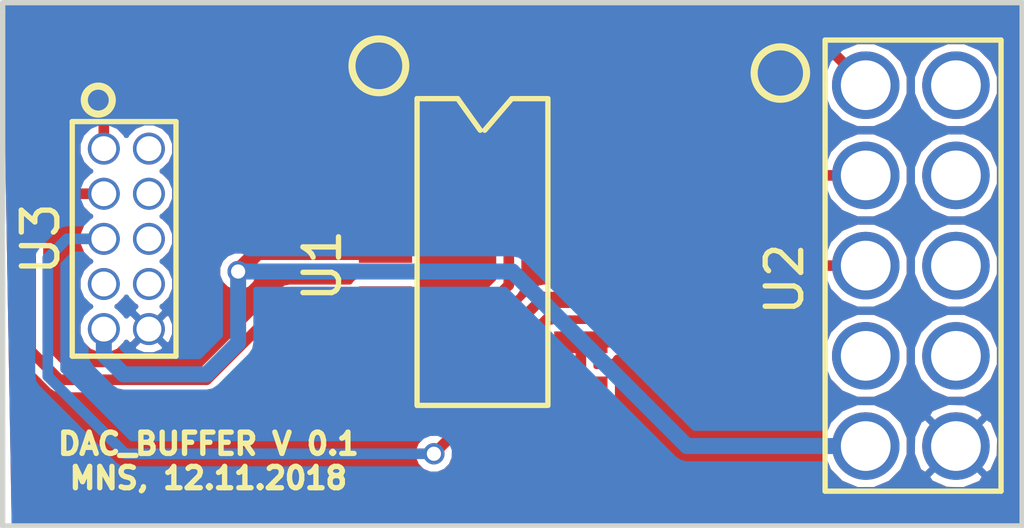
<source format=kicad_pcb>
(kicad_pcb (version 4) (host pcbnew 4.0.3-stable)

  (general
    (links 13)
    (no_connects 0)
    (area 136.652 93.98 165.354001 108.712001)
    (thickness 1.6)
    (drawings 9)
    (tracks 53)
    (zones 0)
    (modules 3)
    (nets 22)
  )

  (page A4)
  (layers
    (0 F.Cu signal)
    (31 B.Cu signal)
    (32 B.Adhes user)
    (33 F.Adhes user)
    (34 B.Paste user)
    (35 F.Paste user)
    (36 B.SilkS user)
    (37 F.SilkS user)
    (38 B.Mask user)
    (39 F.Mask user)
    (40 Dwgs.User user)
    (41 Cmts.User user)
    (42 Eco1.User user)
    (43 Eco2.User user)
    (44 Edge.Cuts user)
    (45 Margin user)
    (46 B.CrtYd user)
    (47 F.CrtYd user)
    (48 B.Fab user)
    (49 F.Fab user)
  )

  (setup
    (last_trace_width 0.3)
    (trace_clearance 0.2)
    (zone_clearance 0.2032)
    (zone_45_only no)
    (trace_min 0.2)
    (segment_width 0.2)
    (edge_width 0.15)
    (via_size 0.6)
    (via_drill 0.4)
    (via_min_size 0.4)
    (via_min_drill 0.3)
    (uvia_size 0.3)
    (uvia_drill 0.1)
    (uvias_allowed no)
    (uvia_min_size 0.2)
    (uvia_min_drill 0.1)
    (pcb_text_width 0.3)
    (pcb_text_size 1.5 1.5)
    (mod_edge_width 0.15)
    (mod_text_size 1 1)
    (mod_text_width 0.15)
    (pad_size 1.524 1.524)
    (pad_drill 0.762)
    (pad_to_mask_clearance 0.2)
    (aux_axis_origin 0 0)
    (visible_elements 7FFFFFFF)
    (pcbplotparams
      (layerselection 0x00030_80000001)
      (usegerberextensions false)
      (excludeedgelayer true)
      (linewidth 0.100000)
      (plotframeref false)
      (viasonmask false)
      (mode 1)
      (useauxorigin false)
      (hpglpennumber 1)
      (hpglpenspeed 20)
      (hpglpendiameter 15)
      (hpglpenoverlay 2)
      (psnegative false)
      (psa4output false)
      (plotreference true)
      (plotvalue true)
      (plotinvisibletext false)
      (padsonsilk false)
      (subtractmaskfromsilk false)
      (outputformat 1)
      (mirror false)
      (drillshape 1)
      (scaleselection 1)
      (outputdirectory ""))
  )

  (net 0 "")
  (net 1 /O1)
  (net 2 /IN1)
  (net 3 /+12V)
  (net 4 /IN2)
  (net 5 /O2)
  (net 6 /O3)
  (net 7 /IN3)
  (net 8 /GND)
  (net 9 "Net-(U1-Pad12)")
  (net 10 "Net-(U1-Pad13)")
  (net 11 "Net-(U1-Pad14)")
  (net 12 "Net-(U2-Pad2)")
  (net 13 "Net-(U2-Pad4)")
  (net 14 "Net-(U2-Pad6)")
  (net 15 "Net-(U2-Pad7)")
  (net 16 "Net-(U2-Pad8)")
  (net 17 "Net-(U3-Pad2)")
  (net 18 "Net-(U3-Pad4)")
  (net 19 "Net-(U3-Pad6)")
  (net 20 "Net-(U3-Pad7)")
  (net 21 "Net-(U3-Pad8)")

  (net_class Default "This is the default net class."
    (clearance 0.2)
    (trace_width 0.3)
    (via_dia 0.6)
    (via_drill 0.4)
    (uvia_dia 0.3)
    (uvia_drill 0.1)
    (add_net "Net-(U1-Pad12)")
    (add_net "Net-(U1-Pad13)")
    (add_net "Net-(U1-Pad14)")
    (add_net "Net-(U2-Pad2)")
    (add_net "Net-(U2-Pad4)")
    (add_net "Net-(U2-Pad6)")
    (add_net "Net-(U2-Pad7)")
    (add_net "Net-(U2-Pad8)")
    (add_net "Net-(U3-Pad2)")
    (add_net "Net-(U3-Pad4)")
    (add_net "Net-(U3-Pad6)")
    (add_net "Net-(U3-Pad7)")
    (add_net "Net-(U3-Pad8)")
  )

  (net_class power ""
    (clearance 0.2)
    (trace_width 0.45)
    (via_dia 0.6)
    (via_drill 0.4)
    (uvia_dia 0.3)
    (uvia_drill 0.1)
    (add_net /+12V)
    (add_net /GND)
  )

  (net_class signal ""
    (clearance 0.2)
    (trace_width 0.3)
    (via_dia 0.6)
    (via_drill 0.4)
    (uvia_dia 0.3)
    (uvia_drill 0.1)
    (add_net /IN1)
    (add_net /IN2)
    (add_net /IN3)
    (add_net /O1)
    (add_net /O2)
    (add_net /O3)
  )

  (module footprint:LM124 (layer F.Cu) (tedit 5C0FEC47) (tstamp 5C0FF104)
    (at 147.43 97.19 270)
    (path /5C0FDFB3)
    (fp_text reference U1 (at 4.191 1.778 270) (layer F.SilkS)
      (effects (font (size 1 1) (thickness 0.15)))
    )
    (fp_text value LM124 (at 3.81 -7.366 270) (layer F.Fab)
      (effects (font (size 1 1) (thickness 0.15)))
    )
    (fp_line (start 0.381 -2.794) (end -0.508 -3.556) (layer F.SilkS) (width 0.15))
    (fp_line (start -0.508 -3.556) (end -0.508 -4.572) (layer F.SilkS) (width 0.15))
    (fp_line (start -0.508 -0.889) (end -0.508 -2.032) (layer F.SilkS) (width 0.15))
    (fp_line (start -0.508 -2.032) (end 0.381 -2.667) (layer F.SilkS) (width 0.15))
    (fp_line (start -0.508 -4.572) (end 8.128 -4.572) (layer F.SilkS) (width 0.15))
    (fp_line (start 8.128 -4.572) (end 8.128 -0.889) (layer F.SilkS) (width 0.15))
    (fp_line (start 8.128 -0.889) (end -0.508 -0.889) (layer F.SilkS) (width 0.15))
    (pad 1 smd rect (at 0 0 270) (size 0.61 1.5) (layers F.Cu F.Paste F.Mask)
      (net 1 /O1))
    (pad 2 smd rect (at 1.27 0 270) (size 0.61 1.5) (layers F.Cu F.Paste F.Mask)
      (net 1 /O1))
    (pad 3 smd rect (at 2.54 0 270) (size 0.61 1.5) (layers F.Cu F.Paste F.Mask)
      (net 2 /IN1))
    (pad 4 smd rect (at 3.81 0 270) (size 0.61 1.5) (layers F.Cu F.Paste F.Mask)
      (net 3 /+12V))
    (pad 5 smd rect (at 5.08 0 270) (size 0.61 1.5) (layers F.Cu F.Paste F.Mask)
      (net 4 /IN2))
    (pad 6 smd rect (at 6.35 0 270) (size 0.61 1.5) (layers F.Cu F.Paste F.Mask)
      (net 5 /O2))
    (pad 7 smd rect (at 7.62 0 270) (size 0.61 1.5) (layers F.Cu F.Paste F.Mask)
      (net 5 /O2))
    (pad 8 smd rect (at 7.62 -5.5 270) (size 0.61 1.5) (layers F.Cu F.Paste F.Mask)
      (net 6 /O3))
    (pad 9 smd rect (at 6.35 -5.5 270) (size 0.61 1.5) (layers F.Cu F.Paste F.Mask)
      (net 6 /O3))
    (pad 10 smd rect (at 5.08 -5.5 270) (size 0.61 1.5) (layers F.Cu F.Paste F.Mask)
      (net 7 /IN3))
    (pad 11 smd rect (at 3.81 -5.5 270) (size 0.61 1.5) (layers F.Cu F.Paste F.Mask)
      (net 8 /GND))
    (pad 12 smd rect (at 2.54 -5.5 270) (size 0.61 1.5) (layers F.Cu F.Paste F.Mask)
      (net 9 "Net-(U1-Pad12)"))
    (pad 13 smd rect (at 1.27 -5.5 270) (size 0.61 1.5) (layers F.Cu F.Paste F.Mask)
      (net 10 "Net-(U1-Pad13)"))
    (pad 14 smd rect (at 0 -5.5 270) (size 0.61 1.5) (layers F.Cu F.Paste F.Mask)
      (net 11 "Net-(U1-Pad14)"))
  )

  (module footprint:REC2X5_254MM (layer F.Cu) (tedit 5C0FF5DE) (tstamp 5C0FF116)
    (at 162.22 101.51 270)
    (path /5C0FDF1E)
    (fp_text reference U2 (at 0.254 3.556 270) (layer F.SilkS)
      (effects (font (size 1 1) (thickness 0.15)))
    )
    (fp_text value REC2X5 (at 0.4202 3.3176 270) (layer F.Fab)
      (effects (font (size 1 1) (thickness 0.15)))
    )
    (fp_line (start -6.477 -2.54) (end -6.477 2.413) (layer F.SilkS) (width 0.15))
    (fp_line (start -6.477 2.413) (end 6.223 2.413) (layer F.SilkS) (width 0.15))
    (fp_line (start 6.223 2.413) (end 6.223 -2.54) (layer F.SilkS) (width 0.15))
    (fp_line (start 6.223 -2.54) (end -6.477 -2.54) (layer F.SilkS) (width 0.15))
    (pad 1 thru_hole circle (at -5.207 1.27 270) (size 1.9 1.9) (drill 1.4) (layers *.Cu *.Mask)
      (net 1 /O1))
    (pad 2 thru_hole circle (at -5.207 -1.27 270) (size 1.9 1.9) (drill 1.4) (layers *.Cu *.Mask)
      (net 12 "Net-(U2-Pad2)"))
    (pad 3 thru_hole circle (at -2.667 1.27 270) (size 1.9 1.9) (drill 1.4) (layers *.Cu *.Mask)
      (net 5 /O2))
    (pad 4 thru_hole circle (at -2.667 -1.27 270) (size 1.9 1.9) (drill 1.4) (layers *.Cu *.Mask)
      (net 13 "Net-(U2-Pad4)"))
    (pad 5 thru_hole circle (at -0.127 1.27 270) (size 1.9 1.9) (drill 1.4) (layers *.Cu *.Mask)
      (net 6 /O3))
    (pad 6 thru_hole circle (at -0.127 -1.27 270) (size 1.9 1.9) (drill 1.4) (layers *.Cu *.Mask)
      (net 14 "Net-(U2-Pad6)"))
    (pad 7 thru_hole circle (at 2.413 1.27 270) (size 1.9 1.9) (drill 1.4) (layers *.Cu *.Mask)
      (net 15 "Net-(U2-Pad7)"))
    (pad 8 thru_hole circle (at 2.413 -1.27 270) (size 1.9 1.9) (drill 1.4) (layers *.Cu *.Mask)
      (net 16 "Net-(U2-Pad8)"))
    (pad 9 thru_hole circle (at 4.953 1.27 270) (size 1.9 1.9) (drill 1.4) (layers *.Cu *.Mask)
      (net 3 /+12V))
    (pad 10 thru_hole circle (at 4.953 -1.27 270) (size 1.9 1.9) (drill 1.4) (layers *.Cu *.Mask)
      (net 8 /GND))
  )

  (module footprint:REC2X5_127MM (layer F.Cu) (tedit 5C0FF309) (tstamp 5C0FF128)
    (at 139.5 100.63 270)
    (path /5C0FDE9F)
    (fp_text reference U3 (at 0 1.778 270) (layer F.SilkS)
      (effects (font (size 1 1) (thickness 0.15)))
    )
    (fp_text value REC2X5 (at 0 -2.921 270) (layer F.Fab)
      (effects (font (size 1 1) (thickness 0.15)))
    )
    (fp_line (start -3.302 -2.032) (end -3.302 0.889) (layer F.SilkS) (width 0.15))
    (fp_line (start -3.302 0.889) (end 3.302 0.889) (layer F.SilkS) (width 0.15))
    (fp_line (start 3.302 0.889) (end 3.302 -2.032) (layer F.SilkS) (width 0.15))
    (fp_line (start 3.302 -2.032) (end -3.302 -2.032) (layer F.SilkS) (width 0.15))
    (pad 1 thru_hole circle (at -2.54 0 270) (size 0.9 0.9) (drill 0.7) (layers *.Cu *.Mask)
      (net 2 /IN1))
    (pad 2 thru_hole circle (at -2.54 -1.27 270) (size 0.9 0.9) (drill 0.7) (layers *.Cu *.Mask)
      (net 17 "Net-(U3-Pad2)"))
    (pad 3 thru_hole circle (at -1.27 0 270) (size 0.9 0.9) (drill 0.7) (layers *.Cu *.Mask)
      (net 4 /IN2))
    (pad 4 thru_hole circle (at -1.27 -1.27 270) (size 0.9 0.9) (drill 0.7) (layers *.Cu *.Mask)
      (net 18 "Net-(U3-Pad4)"))
    (pad 5 thru_hole circle (at 0 0 270) (size 0.9 0.9) (drill 0.7) (layers *.Cu *.Mask)
      (net 7 /IN3))
    (pad 6 thru_hole circle (at 0 -1.27 270) (size 0.9 0.9) (drill 0.7) (layers *.Cu *.Mask)
      (net 19 "Net-(U3-Pad6)"))
    (pad 7 thru_hole circle (at 1.27 0 270) (size 0.9 0.9) (drill 0.7) (layers *.Cu *.Mask)
      (net 20 "Net-(U3-Pad7)"))
    (pad 8 thru_hole circle (at 1.27 -1.27 270) (size 0.9 0.9) (drill 0.7) (layers *.Cu *.Mask)
      (net 21 "Net-(U3-Pad8)"))
    (pad 9 thru_hole circle (at 2.54 0 270) (size 0.9 0.9) (drill 0.7) (layers *.Cu *.Mask)
      (net 3 /+12V))
    (pad 10 thru_hole circle (at 2.54 -1.27 270) (size 0.9 0.9) (drill 0.7) (layers *.Cu *.Mask)
      (net 8 /GND))
  )

  (gr_line (start 136.652 93.98) (end 136.652 94.234) (angle 90) (layer Edge.Cuts) (width 0.15))
  (gr_line (start 165.354 93.98) (end 136.652 93.98) (angle 90) (layer Edge.Cuts) (width 0.15))
  (gr_line (start 165.354 108.712) (end 165.354 93.98) (angle 90) (layer Edge.Cuts) (width 0.15))
  (gr_line (start 136.652 108.712) (end 165.354 108.712) (angle 90) (layer Edge.Cuts) (width 0.15))
  (gr_line (start 136.652 94.234) (end 136.652 108.712) (angle 90) (layer Edge.Cuts) (width 0.15))
  (gr_circle (center 147.2438 95.758) (end 147.9804 95.9358) (layer F.SilkS) (width 0.2))
  (gr_circle (center 158.5468 95.9612) (end 159.2072 96.2914) (layer F.SilkS) (width 0.2))
  (gr_circle (center 139.3444 96.7232) (end 139.7254 96.8248) (layer F.SilkS) (width 0.2))
  (gr_text "DAC_BUFFER V 0.1\nMNS, 12.11.2018" (at 142.4432 106.8832) (layer F.SilkS)
    (effects (font (size 0.6 0.6) (thickness 0.15)))
  )

  (segment (start 147.43 98.46) (end 147.43 97.19) (width 0.3) (layer F.Cu) (net 1))
  (segment (start 147.43 97.19) (end 148.809 97.19) (width 0.3) (layer F.Cu) (net 1))
  (segment (start 159.389 94.742) (end 160.95 96.303) (width 0.3) (layer F.Cu) (net 1) (tstamp 5C0FF1A6))
  (segment (start 151.257 94.742) (end 159.389 94.742) (width 0.3) (layer F.Cu) (net 1) (tstamp 5C0FF1A4))
  (segment (start 148.809 97.19) (end 151.257 94.742) (width 0.3) (layer F.Cu) (net 1) (tstamp 5C0FF1A2))
  (segment (start 139.5 98.09) (end 139.5 96.847) (width 0.3) (layer F.Cu) (net 2))
  (segment (start 145.3484 99.73) (end 147.43 99.73) (width 0.3) (layer F.Cu) (net 2) (tstamp 5C0FF1B7))
  (segment (start 144.78 99.1616) (end 145.3484 99.73) (width 0.3) (layer F.Cu) (net 2) (tstamp 5C0FF1B6))
  (segment (start 144.78 97.8408) (end 144.78 99.1616) (width 0.3) (layer F.Cu) (net 2) (tstamp 5C0FF1B5))
  (segment (start 142.9512 96.012) (end 144.78 97.8408) (width 0.3) (layer F.Cu) (net 2) (tstamp 5C0FF1B3))
  (segment (start 140.335 96.012) (end 142.9512 96.012) (width 0.3) (layer F.Cu) (net 2) (tstamp 5C0FF1B2))
  (segment (start 139.5 96.847) (end 140.335 96.012) (width 0.3) (layer F.Cu) (net 2) (tstamp 5C0FF1B1))
  (segment (start 143.2814 101.5492) (end 151.003 101.5492) (width 0.45) (layer B.Cu) (net 3))
  (segment (start 155.9168 106.463) (end 160.95 106.463) (width 0.45) (layer B.Cu) (net 3) (tstamp 5C0FF1FE))
  (segment (start 151.003 101.5492) (end 155.9168 106.463) (width 0.45) (layer B.Cu) (net 3) (tstamp 5C0FF1FC))
  (segment (start 139.5 103.17) (end 139.5 103.8892) (width 0.45) (layer B.Cu) (net 3))
  (segment (start 143.8306 101) (end 147.43 101) (width 0.45) (layer F.Cu) (net 3) (tstamp 5C0FF1F9))
  (segment (start 143.2814 101.5492) (end 143.8306 101) (width 0.45) (layer F.Cu) (net 3) (tstamp 5C0FF1F8))
  (via (at 143.2814 101.5492) (size 0.6) (drill 0.4) (layers F.Cu B.Cu) (net 3))
  (segment (start 143.2814 103.5558) (end 143.2814 101.5492) (width 0.45) (layer B.Cu) (net 3) (tstamp 5C0FF1F6))
  (segment (start 142.3924 104.4448) (end 143.2814 103.5558) (width 0.45) (layer B.Cu) (net 3) (tstamp 5C0FF1F5))
  (segment (start 140.0556 104.4448) (end 142.3924 104.4448) (width 0.45) (layer B.Cu) (net 3) (tstamp 5C0FF1F4))
  (segment (start 139.5 103.8892) (end 140.0556 104.4448) (width 0.45) (layer B.Cu) (net 3) (tstamp 5C0FF1F3))
  (segment (start 139.5 99.36) (end 138.1554 99.36) (width 0.3) (layer F.Cu) (net 4))
  (segment (start 144.7196 102.27) (end 147.43 102.27) (width 0.3) (layer F.Cu) (net 4) (tstamp 5C0FF1C0))
  (segment (start 142.3924 104.5972) (end 144.7196 102.27) (width 0.3) (layer F.Cu) (net 4) (tstamp 5C0FF1BE))
  (segment (start 138.2522 104.5972) (end 142.3924 104.5972) (width 0.3) (layer F.Cu) (net 4) (tstamp 5C0FF1BD))
  (segment (start 137.4394 103.7844) (end 138.2522 104.5972) (width 0.3) (layer F.Cu) (net 4) (tstamp 5C0FF1BC))
  (segment (start 137.4394 100.076) (end 137.4394 103.7844) (width 0.3) (layer F.Cu) (net 4) (tstamp 5C0FF1BB))
  (segment (start 138.1554 99.36) (end 137.4394 100.076) (width 0.3) (layer F.Cu) (net 4) (tstamp 5C0FF1BA))
  (segment (start 147.43 103.54) (end 149.2916 103.54) (width 0.3) (layer F.Cu) (net 5))
  (segment (start 159.0156 98.843) (end 160.95 98.843) (width 0.3) (layer F.Cu) (net 5) (tstamp 5C0FF1CF))
  (segment (start 156.083 95.9104) (end 159.0156 98.843) (width 0.3) (layer F.Cu) (net 5) (tstamp 5C0FF1CD))
  (segment (start 151.638 95.9104) (end 156.083 95.9104) (width 0.3) (layer F.Cu) (net 5) (tstamp 5C0FF1CC))
  (segment (start 150.9014 96.647) (end 151.638 95.9104) (width 0.3) (layer F.Cu) (net 5) (tstamp 5C0FF1CB))
  (segment (start 150.9014 101.9302) (end 150.9014 96.647) (width 0.3) (layer F.Cu) (net 5) (tstamp 5C0FF1C9))
  (segment (start 149.2916 103.54) (end 150.9014 101.9302) (width 0.3) (layer F.Cu) (net 5) (tstamp 5C0FF1C8))
  (segment (start 147.43 103.54) (end 147.43 104.81) (width 0.3) (layer F.Cu) (net 5))
  (segment (start 152.93 103.54) (end 155.4384 103.54) (width 0.3) (layer F.Cu) (net 6))
  (segment (start 157.5954 101.383) (end 160.95 101.383) (width 0.3) (layer F.Cu) (net 6) (tstamp 5C0FF1D5))
  (segment (start 155.4384 103.54) (end 157.5954 101.383) (width 0.3) (layer F.Cu) (net 6) (tstamp 5C0FF1D3))
  (segment (start 152.93 103.54) (end 152.93 104.81) (width 0.3) (layer F.Cu) (net 6))
  (segment (start 139.5 100.63) (end 138.4602 100.63) (width 0.3) (layer B.Cu) (net 7))
  (segment (start 151.8824 102.27) (end 152.93 102.27) (width 0.3) (layer F.Cu) (net 7) (tstamp 5C0FF491))
  (segment (start 151.2316 102.9208) (end 151.8824 102.27) (width 0.3) (layer F.Cu) (net 7) (tstamp 5C0FF490))
  (segment (start 151.2316 104.2416) (end 151.2316 102.9208) (width 0.3) (layer F.Cu) (net 7) (tstamp 5C0FF48E))
  (segment (start 148.7932 106.68) (end 151.2316 104.2416) (width 0.3) (layer F.Cu) (net 7) (tstamp 5C0FF48D))
  (via (at 148.7932 106.68) (size 0.6) (drill 0.4) (layers F.Cu B.Cu) (net 7))
  (segment (start 140.1064 106.68) (end 148.7932 106.68) (width 0.3) (layer B.Cu) (net 7) (tstamp 5C0FF489))
  (segment (start 137.922 104.4956) (end 140.1064 106.68) (width 0.3) (layer B.Cu) (net 7) (tstamp 5C0FF487))
  (segment (start 137.922 101.1682) (end 137.922 104.4956) (width 0.3) (layer B.Cu) (net 7) (tstamp 5C0FF486))
  (segment (start 138.4602 100.63) (end 137.922 101.1682) (width 0.3) (layer B.Cu) (net 7) (tstamp 5C0FF485))
  (segment (start 152.1872 102.27) (end 152.93 102.27) (width 0.3) (layer F.Cu) (net 7) (tstamp 5C0FF1EC))

  (zone (net 8) (net_name /GND) (layer B.Cu) (tstamp 5C0FF203) (hatch edge 0.508)
    (connect_pads (clearance 0.2032))
    (min_thickness 0.1524)
    (fill yes (arc_segments 16) (thermal_gap 0.2032) (thermal_bridge_width 0.2032))
    (polygon
      (pts
        (xy 164.592 93.98) (xy 136.652 93.98) (xy 136.906 108.712) (xy 165.354 108.712) (xy 165.354 93.98)
      )
    )
    (filled_polygon
      (pts
        (xy 165.2778 108.6358) (xy 136.980898 108.6358) (xy 136.852146 101.1682) (xy 137.4926 101.1682) (xy 137.4926 104.4956)
        (xy 137.525286 104.659925) (xy 137.618368 104.799232) (xy 139.802768 106.983632) (xy 139.942075 107.076714) (xy 140.1064 107.1094)
        (xy 148.40317 107.1094) (xy 148.464568 107.170905) (xy 148.677445 107.259299) (xy 148.907944 107.2595) (xy 149.120975 107.171478)
        (xy 149.284105 107.008632) (xy 149.372499 106.795755) (xy 149.3727 106.565256) (xy 149.284678 106.352225) (xy 149.121832 106.189095)
        (xy 148.908955 106.100701) (xy 148.678456 106.1005) (xy 148.465425 106.188522) (xy 148.403239 106.2506) (xy 140.284264 106.2506)
        (xy 138.3514 104.317736) (xy 138.3514 101.346064) (xy 138.638063 101.0594) (xy 138.898023 101.0594) (xy 139.086289 101.247995)
        (xy 139.12701 101.264904) (xy 139.087368 101.281284) (xy 138.882005 101.486289) (xy 138.770727 101.754277) (xy 138.770473 102.04445)
        (xy 138.881284 102.312632) (xy 139.086289 102.517995) (xy 139.12701 102.534904) (xy 139.087368 102.551284) (xy 138.882005 102.756289)
        (xy 138.770727 103.024277) (xy 138.770473 103.31445) (xy 138.881284 103.582632) (xy 138.9956 103.697148) (xy 138.9956 103.8892)
        (xy 139.033995 104.082226) (xy 139.045127 104.098886) (xy 139.143335 104.245865) (xy 139.698935 104.801465) (xy 139.862574 104.910805)
        (xy 140.0556 104.9492) (xy 142.3924 104.9492) (xy 142.585426 104.910805) (xy 142.749065 104.801465) (xy 143.638065 103.912465)
        (xy 143.64688 103.899273) (xy 143.747405 103.748826) (xy 143.764258 103.664099) (xy 143.785801 103.5558) (xy 143.7858 103.555795)
        (xy 143.7858 102.0536) (xy 150.79407 102.0536) (xy 155.560133 106.819662) (xy 155.560135 106.819665) (xy 155.59704 106.844324)
        (xy 155.723775 106.929006) (xy 155.9168 106.967401) (xy 155.916805 106.9674) (xy 159.828201 106.9674) (xy 159.907158 107.158489)
        (xy 160.252692 107.504627) (xy 160.704384 107.692186) (xy 161.19347 107.692613) (xy 161.645489 107.505842) (xy 161.833935 107.317724)
        (xy 162.671197 107.317724) (xy 162.77392 107.491812) (xy 163.222137 107.68753) (xy 163.711135 107.696825) (xy 164.166466 107.518281)
        (xy 164.20608 107.491812) (xy 164.308803 107.317724) (xy 163.49 106.498921) (xy 162.671197 107.317724) (xy 161.833935 107.317724)
        (xy 161.991627 107.160308) (xy 162.179186 106.708616) (xy 162.179207 106.684135) (xy 162.256175 106.684135) (xy 162.434719 107.139466)
        (xy 162.461188 107.17908) (xy 162.635276 107.281803) (xy 163.454079 106.463) (xy 163.525921 106.463) (xy 164.344724 107.281803)
        (xy 164.518812 107.17908) (xy 164.71453 106.730863) (xy 164.723825 106.241865) (xy 164.545281 105.786534) (xy 164.518812 105.74692)
        (xy 164.344724 105.644197) (xy 163.525921 106.463) (xy 163.454079 106.463) (xy 162.635276 105.644197) (xy 162.461188 105.74692)
        (xy 162.26547 106.195137) (xy 162.256175 106.684135) (xy 162.179207 106.684135) (xy 162.179613 106.21953) (xy 161.992842 105.767511)
        (xy 161.833885 105.608276) (xy 162.671197 105.608276) (xy 163.49 106.427079) (xy 164.308803 105.608276) (xy 164.20608 105.434188)
        (xy 163.757863 105.23847) (xy 163.268865 105.229175) (xy 162.813534 105.407719) (xy 162.77392 105.434188) (xy 162.671197 105.608276)
        (xy 161.833885 105.608276) (xy 161.647308 105.421373) (xy 161.195616 105.233814) (xy 160.70653 105.233387) (xy 160.254511 105.420158)
        (xy 159.908373 105.765692) (xy 159.828271 105.9586) (xy 156.125729 105.9586) (xy 154.3336 104.16647) (xy 159.720387 104.16647)
        (xy 159.907158 104.618489) (xy 160.252692 104.964627) (xy 160.704384 105.152186) (xy 161.19347 105.152613) (xy 161.645489 104.965842)
        (xy 161.991627 104.620308) (xy 162.179186 104.168616) (xy 162.179187 104.16647) (xy 162.260387 104.16647) (xy 162.447158 104.618489)
        (xy 162.792692 104.964627) (xy 163.244384 105.152186) (xy 163.73347 105.152613) (xy 164.185489 104.965842) (xy 164.531627 104.620308)
        (xy 164.719186 104.168616) (xy 164.719613 103.67953) (xy 164.532842 103.227511) (xy 164.187308 102.881373) (xy 163.735616 102.693814)
        (xy 163.24653 102.693387) (xy 162.794511 102.880158) (xy 162.448373 103.225692) (xy 162.260814 103.677384) (xy 162.260387 104.16647)
        (xy 162.179187 104.16647) (xy 162.179613 103.67953) (xy 161.992842 103.227511) (xy 161.647308 102.881373) (xy 161.195616 102.693814)
        (xy 160.70653 102.693387) (xy 160.254511 102.880158) (xy 159.908373 103.225692) (xy 159.720814 103.677384) (xy 159.720387 104.16647)
        (xy 154.3336 104.16647) (xy 151.7936 101.62647) (xy 159.720387 101.62647) (xy 159.907158 102.078489) (xy 160.252692 102.424627)
        (xy 160.704384 102.612186) (xy 161.19347 102.612613) (xy 161.645489 102.425842) (xy 161.991627 102.080308) (xy 162.179186 101.628616)
        (xy 162.179187 101.62647) (xy 162.260387 101.62647) (xy 162.447158 102.078489) (xy 162.792692 102.424627) (xy 163.244384 102.612186)
        (xy 163.73347 102.612613) (xy 164.185489 102.425842) (xy 164.531627 102.080308) (xy 164.719186 101.628616) (xy 164.719613 101.13953)
        (xy 164.532842 100.687511) (xy 164.187308 100.341373) (xy 163.735616 100.153814) (xy 163.24653 100.153387) (xy 162.794511 100.340158)
        (xy 162.448373 100.685692) (xy 162.260814 101.137384) (xy 162.260387 101.62647) (xy 162.179187 101.62647) (xy 162.179613 101.13953)
        (xy 161.992842 100.687511) (xy 161.647308 100.341373) (xy 161.195616 100.153814) (xy 160.70653 100.153387) (xy 160.254511 100.340158)
        (xy 159.908373 100.685692) (xy 159.720814 101.137384) (xy 159.720387 101.62647) (xy 151.7936 101.62647) (xy 151.359665 101.192535)
        (xy 151.280337 101.13953) (xy 151.196026 101.083195) (xy 151.003 101.0448) (xy 143.577532 101.0448) (xy 143.397155 100.969901)
        (xy 143.166656 100.9697) (xy 142.953625 101.057722) (xy 142.790495 101.220568) (xy 142.702101 101.433445) (xy 142.7019 101.663944)
        (xy 142.777 101.845701) (xy 142.777 103.34687) (xy 142.18347 103.9404) (xy 140.26453 103.9404) (xy 140.012826 103.688696)
        (xy 140.037466 103.664099) (xy 140.311822 103.664099) (xy 140.353674 103.786236) (xy 140.621188 103.898649) (xy 140.911358 103.900132)
        (xy 141.180007 103.790459) (xy 141.186326 103.786236) (xy 141.228178 103.664099) (xy 140.77 103.205921) (xy 140.311822 103.664099)
        (xy 140.037466 103.664099) (xy 140.117995 103.583711) (xy 140.134664 103.543566) (xy 140.149541 103.580007) (xy 140.153764 103.586326)
        (xy 140.275901 103.628178) (xy 140.734079 103.17) (xy 140.805921 103.17) (xy 141.264099 103.628178) (xy 141.386236 103.586326)
        (xy 141.498649 103.318812) (xy 141.500132 103.028642) (xy 141.390459 102.759993) (xy 141.386236 102.753674) (xy 141.264099 102.711822)
        (xy 140.805921 103.17) (xy 140.734079 103.17) (xy 140.275901 102.711822) (xy 140.153764 102.753674) (xy 140.135323 102.797559)
        (xy 140.118716 102.757368) (xy 139.913711 102.552005) (xy 139.87299 102.535096) (xy 139.912632 102.518716) (xy 140.117995 102.313711)
        (xy 140.134904 102.27299) (xy 140.151284 102.312632) (xy 140.356289 102.517995) (xy 140.396434 102.534664) (xy 140.359993 102.549541)
        (xy 140.353674 102.553764) (xy 140.311822 102.675901) (xy 140.77 103.134079) (xy 141.228178 102.675901) (xy 141.186326 102.553764)
        (xy 141.142441 102.535323) (xy 141.182632 102.518716) (xy 141.387995 102.313711) (xy 141.499273 102.045723) (xy 141.499527 101.75555)
        (xy 141.388716 101.487368) (xy 141.183711 101.282005) (xy 141.14299 101.265096) (xy 141.182632 101.248716) (xy 141.387995 101.043711)
        (xy 141.499273 100.775723) (xy 141.499527 100.48555) (xy 141.388716 100.217368) (xy 141.183711 100.012005) (xy 141.14299 99.995096)
        (xy 141.182632 99.978716) (xy 141.387995 99.773711) (xy 141.499273 99.505723) (xy 141.499527 99.21555) (xy 141.446193 99.08647)
        (xy 159.720387 99.08647) (xy 159.907158 99.538489) (xy 160.252692 99.884627) (xy 160.704384 100.072186) (xy 161.19347 100.072613)
        (xy 161.645489 99.885842) (xy 161.991627 99.540308) (xy 162.179186 99.088616) (xy 162.179187 99.08647) (xy 162.260387 99.08647)
        (xy 162.447158 99.538489) (xy 162.792692 99.884627) (xy 163.244384 100.072186) (xy 163.73347 100.072613) (xy 164.185489 99.885842)
        (xy 164.531627 99.540308) (xy 164.719186 99.088616) (xy 164.719613 98.59953) (xy 164.532842 98.147511) (xy 164.187308 97.801373)
        (xy 163.735616 97.613814) (xy 163.24653 97.613387) (xy 162.794511 97.800158) (xy 162.448373 98.145692) (xy 162.260814 98.597384)
        (xy 162.260387 99.08647) (xy 162.179187 99.08647) (xy 162.179613 98.59953) (xy 161.992842 98.147511) (xy 161.647308 97.801373)
        (xy 161.195616 97.613814) (xy 160.70653 97.613387) (xy 160.254511 97.800158) (xy 159.908373 98.145692) (xy 159.720814 98.597384)
        (xy 159.720387 99.08647) (xy 141.446193 99.08647) (xy 141.388716 98.947368) (xy 141.183711 98.742005) (xy 141.14299 98.725096)
        (xy 141.182632 98.708716) (xy 141.387995 98.503711) (xy 141.499273 98.235723) (xy 141.499527 97.94555) (xy 141.388716 97.677368)
        (xy 141.183711 97.472005) (xy 140.915723 97.360727) (xy 140.62555 97.360473) (xy 140.357368 97.471284) (xy 140.152005 97.676289)
        (xy 140.135096 97.71701) (xy 140.118716 97.677368) (xy 139.913711 97.472005) (xy 139.645723 97.360727) (xy 139.35555 97.360473)
        (xy 139.087368 97.471284) (xy 138.882005 97.676289) (xy 138.770727 97.944277) (xy 138.770473 98.23445) (xy 138.881284 98.502632)
        (xy 139.086289 98.707995) (xy 139.12701 98.724904) (xy 139.087368 98.741284) (xy 138.882005 98.946289) (xy 138.770727 99.214277)
        (xy 138.770473 99.50445) (xy 138.881284 99.772632) (xy 139.086289 99.977995) (xy 139.12701 99.994904) (xy 139.087368 100.011284)
        (xy 138.897721 100.2006) (xy 138.460205 100.2006) (xy 138.4602 100.200599) (xy 138.295876 100.233286) (xy 138.156568 100.326368)
        (xy 138.156566 100.326371) (xy 137.618368 100.864568) (xy 137.525286 101.003875) (xy 137.49873 101.137384) (xy 137.4926 101.1682)
        (xy 136.852146 101.1682) (xy 136.772461 96.54647) (xy 159.720387 96.54647) (xy 159.907158 96.998489) (xy 160.252692 97.344627)
        (xy 160.704384 97.532186) (xy 161.19347 97.532613) (xy 161.645489 97.345842) (xy 161.991627 97.000308) (xy 162.179186 96.548616)
        (xy 162.179187 96.54647) (xy 162.260387 96.54647) (xy 162.447158 96.998489) (xy 162.792692 97.344627) (xy 163.244384 97.532186)
        (xy 163.73347 97.532613) (xy 164.185489 97.345842) (xy 164.531627 97.000308) (xy 164.719186 96.548616) (xy 164.719613 96.05953)
        (xy 164.532842 95.607511) (xy 164.187308 95.261373) (xy 163.735616 95.073814) (xy 163.24653 95.073387) (xy 162.794511 95.260158)
        (xy 162.448373 95.605692) (xy 162.260814 96.057384) (xy 162.260387 96.54647) (xy 162.179187 96.54647) (xy 162.179613 96.05953)
        (xy 161.992842 95.607511) (xy 161.647308 95.261373) (xy 161.195616 95.073814) (xy 160.70653 95.073387) (xy 160.254511 95.260158)
        (xy 159.908373 95.605692) (xy 159.720814 96.057384) (xy 159.720387 96.54647) (xy 136.772461 96.54647) (xy 136.729525 94.0562)
        (xy 165.2778 94.0562)
      )
    )
  )
  (zone (net 8) (net_name /GND) (layer F.Cu) (tstamp 5C0FF20B) (hatch edge 0.508)
    (connect_pads (clearance 0.2032))
    (min_thickness 0.1524)
    (fill yes (arc_segments 16) (thermal_gap 0.2032) (thermal_bridge_width 0.2032))
    (polygon
      (pts
        (xy 165.354 108.712) (xy 136.906 108.712) (xy 136.652 93.98) (xy 165.354 93.98)
      )
    )
    (filled_polygon
      (pts
        (xy 165.2778 108.6358) (xy 136.980898 108.6358) (xy 136.949156 106.794744) (xy 148.2137 106.794744) (xy 148.301722 107.007775)
        (xy 148.464568 107.170905) (xy 148.677445 107.259299) (xy 148.907944 107.2595) (xy 149.120975 107.171478) (xy 149.284105 107.008632)
        (xy 149.372499 106.795755) (xy 149.372576 106.707888) (xy 149.373993 106.70647) (xy 159.720387 106.70647) (xy 159.907158 107.158489)
        (xy 160.252692 107.504627) (xy 160.704384 107.692186) (xy 161.19347 107.692613) (xy 161.645489 107.505842) (xy 161.833935 107.317724)
        (xy 162.671197 107.317724) (xy 162.77392 107.491812) (xy 163.222137 107.68753) (xy 163.711135 107.696825) (xy 164.166466 107.518281)
        (xy 164.20608 107.491812) (xy 164.308803 107.317724) (xy 163.49 106.498921) (xy 162.671197 107.317724) (xy 161.833935 107.317724)
        (xy 161.991627 107.160308) (xy 162.179186 106.708616) (xy 162.179207 106.684135) (xy 162.256175 106.684135) (xy 162.434719 107.139466)
        (xy 162.461188 107.17908) (xy 162.635276 107.281803) (xy 163.454079 106.463) (xy 163.525921 106.463) (xy 164.344724 107.281803)
        (xy 164.518812 107.17908) (xy 164.71453 106.730863) (xy 164.723825 106.241865) (xy 164.545281 105.786534) (xy 164.518812 105.74692)
        (xy 164.344724 105.644197) (xy 163.525921 106.463) (xy 163.454079 106.463) (xy 162.635276 105.644197) (xy 162.461188 105.74692)
        (xy 162.26547 106.195137) (xy 162.256175 106.684135) (xy 162.179207 106.684135) (xy 162.179613 106.21953) (xy 161.992842 105.767511)
        (xy 161.833885 105.608276) (xy 162.671197 105.608276) (xy 163.49 106.427079) (xy 164.308803 105.608276) (xy 164.20608 105.434188)
        (xy 163.757863 105.23847) (xy 163.268865 105.229175) (xy 162.813534 105.407719) (xy 162.77392 105.434188) (xy 162.671197 105.608276)
        (xy 161.833885 105.608276) (xy 161.647308 105.421373) (xy 161.195616 105.233814) (xy 160.70653 105.233387) (xy 160.254511 105.420158)
        (xy 159.908373 105.765692) (xy 159.720814 106.217384) (xy 159.720387 106.70647) (xy 149.373993 106.70647) (xy 151.535229 104.545234)
        (xy 151.535232 104.545232) (xy 151.59103 104.461723) (xy 151.628314 104.405925) (xy 151.661 104.2416) (xy 151.661 103.235)
        (xy 151.895127 103.235) (xy 151.895127 103.845) (xy 151.914609 103.948539) (xy 151.975801 104.043634) (xy 152.069168 104.107429)
        (xy 152.18 104.129873) (xy 152.5006 104.129873) (xy 152.5006 104.220127) (xy 152.18 104.220127) (xy 152.076461 104.239609)
        (xy 151.981366 104.300801) (xy 151.917571 104.394168) (xy 151.895127 104.505) (xy 151.895127 105.115) (xy 151.914609 105.218539)
        (xy 151.975801 105.313634) (xy 152.069168 105.377429) (xy 152.18 105.399873) (xy 153.68 105.399873) (xy 153.783539 105.380391)
        (xy 153.878634 105.319199) (xy 153.942429 105.225832) (xy 153.964873 105.115) (xy 153.964873 104.505) (xy 153.945391 104.401461)
        (xy 153.884199 104.306366) (xy 153.790832 104.242571) (xy 153.68 104.220127) (xy 153.3594 104.220127) (xy 153.3594 104.16647)
        (xy 159.720387 104.16647) (xy 159.907158 104.618489) (xy 160.252692 104.964627) (xy 160.704384 105.152186) (xy 161.19347 105.152613)
        (xy 161.645489 104.965842) (xy 161.991627 104.620308) (xy 162.179186 104.168616) (xy 162.179187 104.16647) (xy 162.260387 104.16647)
        (xy 162.447158 104.618489) (xy 162.792692 104.964627) (xy 163.244384 105.152186) (xy 163.73347 105.152613) (xy 164.185489 104.965842)
        (xy 164.531627 104.620308) (xy 164.719186 104.168616) (xy 164.719613 103.67953) (xy 164.532842 103.227511) (xy 164.187308 102.881373)
        (xy 163.735616 102.693814) (xy 163.24653 102.693387) (xy 162.794511 102.880158) (xy 162.448373 103.225692) (xy 162.260814 103.677384)
        (xy 162.260387 104.16647) (xy 162.179187 104.16647) (xy 162.179613 103.67953) (xy 161.992842 103.227511) (xy 161.647308 102.881373)
        (xy 161.195616 102.693814) (xy 160.70653 102.693387) (xy 160.254511 102.880158) (xy 159.908373 103.225692) (xy 159.720814 103.677384)
        (xy 159.720387 104.16647) (xy 153.3594 104.16647) (xy 153.3594 104.129873) (xy 153.68 104.129873) (xy 153.783539 104.110391)
        (xy 153.878634 104.049199) (xy 153.933158 103.9694) (xy 155.4384 103.9694) (xy 155.602725 103.936714) (xy 155.742032 103.843632)
        (xy 157.773263 101.8124) (xy 159.797212 101.8124) (xy 159.907158 102.078489) (xy 160.252692 102.424627) (xy 160.704384 102.612186)
        (xy 161.19347 102.612613) (xy 161.645489 102.425842) (xy 161.991627 102.080308) (xy 162.179186 101.628616) (xy 162.179187 101.62647)
        (xy 162.260387 101.62647) (xy 162.447158 102.078489) (xy 162.792692 102.424627) (xy 163.244384 102.612186) (xy 163.73347 102.612613)
        (xy 164.185489 102.425842) (xy 164.531627 102.080308) (xy 164.719186 101.628616) (xy 164.719613 101.13953) (xy 164.532842 100.687511)
        (xy 164.187308 100.341373) (xy 163.735616 100.153814) (xy 163.24653 100.153387) (xy 162.794511 100.340158) (xy 162.448373 100.685692)
        (xy 162.260814 101.137384) (xy 162.260387 101.62647) (xy 162.179187 101.62647) (xy 162.179613 101.13953) (xy 161.992842 100.687511)
        (xy 161.647308 100.341373) (xy 161.195616 100.153814) (xy 160.70653 100.153387) (xy 160.254511 100.340158) (xy 159.908373 100.685692)
        (xy 159.797128 100.9536) (xy 157.595405 100.9536) (xy 157.5954 100.953599) (xy 157.431076 100.986286) (xy 157.291768 101.079368)
        (xy 157.291766 101.079371) (xy 155.260536 103.1106) (xy 153.931967 103.1106) (xy 153.884199 103.036366) (xy 153.790832 102.972571)
        (xy 153.68 102.950127) (xy 152.18 102.950127) (xy 152.076461 102.969609) (xy 151.981366 103.030801) (xy 151.917571 103.124168)
        (xy 151.895127 103.235) (xy 151.661 103.235) (xy 151.661 103.098664) (xy 151.981878 102.777786) (xy 152.069168 102.837429)
        (xy 152.18 102.859873) (xy 153.68 102.859873) (xy 153.783539 102.840391) (xy 153.878634 102.779199) (xy 153.942429 102.685832)
        (xy 153.964873 102.575) (xy 153.964873 101.965) (xy 153.945391 101.861461) (xy 153.884199 101.766366) (xy 153.790832 101.702571)
        (xy 153.68 101.680127) (xy 152.18 101.680127) (xy 152.076461 101.699609) (xy 151.981366 101.760801) (xy 151.926842 101.8406)
        (xy 151.8824 101.8406) (xy 151.718075 101.873286) (xy 151.578768 101.966368) (xy 150.927968 102.617168) (xy 150.834886 102.756475)
        (xy 150.834186 102.759993) (xy 150.8022 102.9208) (xy 150.8022 104.063737) (xy 148.76536 106.100576) (xy 148.678456 106.1005)
        (xy 148.465425 106.188522) (xy 148.302295 106.351368) (xy 148.213901 106.564245) (xy 148.2137 106.794744) (xy 136.949156 106.794744)
        (xy 136.833315 100.076) (xy 137.01 100.076) (xy 137.01 103.7844) (xy 137.042686 103.948725) (xy 137.135768 104.088032)
        (xy 137.948566 104.900829) (xy 137.948568 104.900832) (xy 138.087876 104.993914) (xy 138.2522 105.026601) (xy 138.252205 105.0266)
        (xy 142.3924 105.0266) (xy 142.556725 104.993914) (xy 142.696032 104.900832) (xy 144.361864 103.235) (xy 146.395127 103.235)
        (xy 146.395127 103.845) (xy 146.414609 103.948539) (xy 146.475801 104.043634) (xy 146.569168 104.107429) (xy 146.68 104.129873)
        (xy 147.0006 104.129873) (xy 147.0006 104.220127) (xy 146.68 104.220127) (xy 146.576461 104.239609) (xy 146.481366 104.300801)
        (xy 146.417571 104.394168) (xy 146.395127 104.505) (xy 146.395127 105.115) (xy 146.414609 105.218539) (xy 146.475801 105.313634)
        (xy 146.569168 105.377429) (xy 146.68 105.399873) (xy 148.18 105.399873) (xy 148.283539 105.380391) (xy 148.378634 105.319199)
        (xy 148.442429 105.225832) (xy 148.464873 105.115) (xy 148.464873 104.505) (xy 148.445391 104.401461) (xy 148.384199 104.306366)
        (xy 148.290832 104.242571) (xy 148.18 104.220127) (xy 147.8594 104.220127) (xy 147.8594 104.129873) (xy 148.18 104.129873)
        (xy 148.283539 104.110391) (xy 148.378634 104.049199) (xy 148.433158 103.9694) (xy 149.2916 103.9694) (xy 149.455925 103.936714)
        (xy 149.595232 103.843632) (xy 151.205032 102.233832) (xy 151.298114 102.094525) (xy 151.3308 101.9302) (xy 151.3308 101.09525)
        (xy 151.9006 101.09525) (xy 151.9006 101.360576) (xy 151.943136 101.463267) (xy 152.021733 101.541864) (xy 152.124424 101.5844)
        (xy 152.83475 101.5844) (xy 152.9046 101.51455) (xy 152.9046 101.0254) (xy 152.9554 101.0254) (xy 152.9554 101.51455)
        (xy 153.02525 101.5844) (xy 153.735576 101.5844) (xy 153.838267 101.541864) (xy 153.916864 101.463267) (xy 153.9594 101.360576)
        (xy 153.9594 101.09525) (xy 153.88955 101.0254) (xy 152.9554 101.0254) (xy 152.9046 101.0254) (xy 151.97045 101.0254)
        (xy 151.9006 101.09525) (xy 151.3308 101.09525) (xy 151.3308 100.639424) (xy 151.9006 100.639424) (xy 151.9006 100.90475)
        (xy 151.97045 100.9746) (xy 152.9046 100.9746) (xy 152.9046 100.48545) (xy 152.9554 100.48545) (xy 152.9554 100.9746)
        (xy 153.88955 100.9746) (xy 153.9594 100.90475) (xy 153.9594 100.639424) (xy 153.916864 100.536733) (xy 153.838267 100.458136)
        (xy 153.735576 100.4156) (xy 153.02525 100.4156) (xy 152.9554 100.48545) (xy 152.9046 100.48545) (xy 152.83475 100.4156)
        (xy 152.124424 100.4156) (xy 152.021733 100.458136) (xy 151.943136 100.536733) (xy 151.9006 100.639424) (xy 151.3308 100.639424)
        (xy 151.3308 99.425) (xy 151.895127 99.425) (xy 151.895127 100.035) (xy 151.914609 100.138539) (xy 151.975801 100.233634)
        (xy 152.069168 100.297429) (xy 152.18 100.319873) (xy 153.68 100.319873) (xy 153.783539 100.300391) (xy 153.878634 100.239199)
        (xy 153.942429 100.145832) (xy 153.964873 100.035) (xy 153.964873 99.425) (xy 153.945391 99.321461) (xy 153.884199 99.226366)
        (xy 153.790832 99.162571) (xy 153.68 99.140127) (xy 152.18 99.140127) (xy 152.076461 99.159609) (xy 151.981366 99.220801)
        (xy 151.917571 99.314168) (xy 151.895127 99.425) (xy 151.3308 99.425) (xy 151.3308 98.155) (xy 151.895127 98.155)
        (xy 151.895127 98.765) (xy 151.914609 98.868539) (xy 151.975801 98.963634) (xy 152.069168 99.027429) (xy 152.18 99.049873)
        (xy 153.68 99.049873) (xy 153.783539 99.030391) (xy 153.878634 98.969199) (xy 153.942429 98.875832) (xy 153.964873 98.765)
        (xy 153.964873 98.155) (xy 153.945391 98.051461) (xy 153.884199 97.956366) (xy 153.790832 97.892571) (xy 153.68 97.870127)
        (xy 152.18 97.870127) (xy 152.076461 97.889609) (xy 151.981366 97.950801) (xy 151.917571 98.044168) (xy 151.895127 98.155)
        (xy 151.3308 98.155) (xy 151.3308 96.885) (xy 151.895127 96.885) (xy 151.895127 97.495) (xy 151.914609 97.598539)
        (xy 151.975801 97.693634) (xy 152.069168 97.757429) (xy 152.18 97.779873) (xy 153.68 97.779873) (xy 153.783539 97.760391)
        (xy 153.878634 97.699199) (xy 153.942429 97.605832) (xy 153.964873 97.495) (xy 153.964873 96.885) (xy 153.945391 96.781461)
        (xy 153.884199 96.686366) (xy 153.790832 96.622571) (xy 153.68 96.600127) (xy 152.18 96.600127) (xy 152.076461 96.619609)
        (xy 151.981366 96.680801) (xy 151.917571 96.774168) (xy 151.895127 96.885) (xy 151.3308 96.885) (xy 151.3308 96.824864)
        (xy 151.815863 96.3398) (xy 155.905136 96.3398) (xy 158.711966 99.146629) (xy 158.711968 99.146632) (xy 158.813207 99.214277)
        (xy 158.851276 99.239714) (xy 159.0156 99.272401) (xy 159.015605 99.2724) (xy 159.797212 99.2724) (xy 159.907158 99.538489)
        (xy 160.252692 99.884627) (xy 160.704384 100.072186) (xy 161.19347 100.072613) (xy 161.645489 99.885842) (xy 161.991627 99.540308)
        (xy 162.179186 99.088616) (xy 162.179187 99.08647) (xy 162.260387 99.08647) (xy 162.447158 99.538489) (xy 162.792692 99.884627)
        (xy 163.244384 100.072186) (xy 163.73347 100.072613) (xy 164.185489 99.885842) (xy 164.531627 99.540308) (xy 164.719186 99.088616)
        (xy 164.719613 98.59953) (xy 164.532842 98.147511) (xy 164.187308 97.801373) (xy 163.735616 97.613814) (xy 163.24653 97.613387)
        (xy 162.794511 97.800158) (xy 162.448373 98.145692) (xy 162.260814 98.597384) (xy 162.260387 99.08647) (xy 162.179187 99.08647)
        (xy 162.179613 98.59953) (xy 161.992842 98.147511) (xy 161.647308 97.801373) (xy 161.195616 97.613814) (xy 160.70653 97.613387)
        (xy 160.254511 97.800158) (xy 159.908373 98.145692) (xy 159.797128 98.4136) (xy 159.193463 98.4136) (xy 156.386632 95.606768)
        (xy 156.247325 95.513686) (xy 156.083 95.481) (xy 151.638005 95.481) (xy 151.638 95.480999) (xy 151.473676 95.513686)
        (xy 151.334368 95.606768) (xy 151.334366 95.606771) (xy 150.597768 96.343368) (xy 150.504686 96.482675) (xy 150.49157 96.548616)
        (xy 150.472 96.647) (xy 150.472 101.752336) (xy 149.113736 103.1106) (xy 148.431967 103.1106) (xy 148.384199 103.036366)
        (xy 148.290832 102.972571) (xy 148.18 102.950127) (xy 146.68 102.950127) (xy 146.576461 102.969609) (xy 146.481366 103.030801)
        (xy 146.417571 103.124168) (xy 146.395127 103.235) (xy 144.361864 103.235) (xy 144.897464 102.6994) (xy 146.428033 102.6994)
        (xy 146.475801 102.773634) (xy 146.569168 102.837429) (xy 146.68 102.859873) (xy 148.18 102.859873) (xy 148.283539 102.840391)
        (xy 148.378634 102.779199) (xy 148.442429 102.685832) (xy 148.464873 102.575) (xy 148.464873 101.965) (xy 148.445391 101.861461)
        (xy 148.384199 101.766366) (xy 148.290832 101.702571) (xy 148.18 101.680127) (xy 146.68 101.680127) (xy 146.576461 101.699609)
        (xy 146.481366 101.760801) (xy 146.426842 101.8406) (xy 144.719605 101.8406) (xy 144.7196 101.840599) (xy 144.555276 101.873286)
        (xy 144.415968 101.966368) (xy 142.214536 104.1678) (xy 138.430063 104.1678) (xy 137.8688 103.606536) (xy 137.8688 100.253864)
        (xy 138.333264 99.7894) (xy 138.898023 99.7894) (xy 139.086289 99.977995) (xy 139.12701 99.994904) (xy 139.087368 100.011284)
        (xy 138.882005 100.216289) (xy 138.770727 100.484277) (xy 138.770473 100.77445) (xy 138.881284 101.042632) (xy 139.086289 101.247995)
        (xy 139.12701 101.264904) (xy 139.087368 101.281284) (xy 138.882005 101.486289) (xy 138.770727 101.754277) (xy 138.770473 102.04445)
        (xy 138.881284 102.312632) (xy 139.086289 102.517995) (xy 139.12701 102.534904) (xy 139.087368 102.551284) (xy 138.882005 102.756289)
        (xy 138.770727 103.024277) (xy 138.770473 103.31445) (xy 138.881284 103.582632) (xy 139.086289 103.787995) (xy 139.354277 103.899273)
        (xy 139.64445 103.899527) (xy 139.912632 103.788716) (xy 140.037466 103.664099) (xy 140.311822 103.664099) (xy 140.353674 103.786236)
        (xy 140.621188 103.898649) (xy 140.911358 103.900132) (xy 141.180007 103.790459) (xy 141.186326 103.786236) (xy 141.228178 103.664099)
        (xy 140.77 103.205921) (xy 140.311822 103.664099) (xy 140.037466 103.664099) (xy 140.117995 103.583711) (xy 140.134664 103.543566)
        (xy 140.149541 103.580007) (xy 140.153764 103.586326) (xy 140.275901 103.628178) (xy 140.734079 103.17) (xy 140.805921 103.17)
        (xy 141.264099 103.628178) (xy 141.386236 103.586326) (xy 141.498649 103.318812) (xy 141.500132 103.028642) (xy 141.390459 102.759993)
        (xy 141.386236 102.753674) (xy 141.264099 102.711822) (xy 140.805921 103.17) (xy 140.734079 103.17) (xy 140.275901 102.711822)
        (xy 140.153764 102.753674) (xy 140.135323 102.797559) (xy 140.118716 102.757368) (xy 139.913711 102.552005) (xy 139.87299 102.535096)
        (xy 139.912632 102.518716) (xy 140.117995 102.313711) (xy 140.134904 102.27299) (xy 140.151284 102.312632) (xy 140.356289 102.517995)
        (xy 140.396434 102.534664) (xy 140.359993 102.549541) (xy 140.353674 102.553764) (xy 140.311822 102.675901) (xy 140.77 103.134079)
        (xy 141.228178 102.675901) (xy 141.186326 102.553764) (xy 141.142441 102.535323) (xy 141.182632 102.518716) (xy 141.387995 102.313711)
        (xy 141.499273 102.045723) (xy 141.499527 101.75555) (xy 141.461677 101.663944) (xy 142.7019 101.663944) (xy 142.789922 101.876975)
        (xy 142.952768 102.040105) (xy 143.165645 102.128499) (xy 143.396144 102.1287) (xy 143.609175 102.040678) (xy 143.772305 101.877832)
        (xy 143.847721 101.696209) (xy 144.03953 101.5044) (xy 146.476922 101.5044) (xy 146.569168 101.567429) (xy 146.68 101.589873)
        (xy 148.18 101.589873) (xy 148.283539 101.570391) (xy 148.378634 101.509199) (xy 148.442429 101.415832) (xy 148.464873 101.305)
        (xy 148.464873 100.695) (xy 148.445391 100.591461) (xy 148.384199 100.496366) (xy 148.290832 100.432571) (xy 148.18 100.410127)
        (xy 146.68 100.410127) (xy 146.576461 100.429609) (xy 146.481366 100.490801) (xy 146.478087 100.4956) (xy 143.8306 100.4956)
        (xy 143.637574 100.533995) (xy 143.562485 100.584168) (xy 143.473935 100.643335) (xy 143.134131 100.983139) (xy 142.953625 101.057722)
        (xy 142.790495 101.220568) (xy 142.702101 101.433445) (xy 142.7019 101.663944) (xy 141.461677 101.663944) (xy 141.388716 101.487368)
        (xy 141.183711 101.282005) (xy 141.14299 101.265096) (xy 141.182632 101.248716) (xy 141.387995 101.043711) (xy 141.499273 100.775723)
        (xy 141.499527 100.48555) (xy 141.388716 100.217368) (xy 141.183711 100.012005) (xy 141.14299 99.995096) (xy 141.182632 99.978716)
        (xy 141.387995 99.773711) (xy 141.499273 99.505723) (xy 141.499527 99.21555) (xy 141.388716 98.947368) (xy 141.183711 98.742005)
        (xy 141.14299 98.725096) (xy 141.182632 98.708716) (xy 141.387995 98.503711) (xy 141.499273 98.235723) (xy 141.499527 97.94555)
        (xy 141.388716 97.677368) (xy 141.183711 97.472005) (xy 140.915723 97.360727) (xy 140.62555 97.360473) (xy 140.357368 97.471284)
        (xy 140.152005 97.676289) (xy 140.135096 97.71701) (xy 140.118716 97.677368) (xy 139.9294 97.487721) (xy 139.9294 97.024864)
        (xy 140.512863 96.4414) (xy 142.773336 96.4414) (xy 144.3506 98.018663) (xy 144.3506 99.1616) (xy 144.383286 99.325925)
        (xy 144.476368 99.465232) (xy 145.044768 100.033632) (xy 145.184075 100.126714) (xy 145.3484 100.159401) (xy 145.348405 100.1594)
        (xy 146.428033 100.1594) (xy 146.475801 100.233634) (xy 146.569168 100.297429) (xy 146.68 100.319873) (xy 148.18 100.319873)
        (xy 148.283539 100.300391) (xy 148.378634 100.239199) (xy 148.442429 100.145832) (xy 148.464873 100.035) (xy 148.464873 99.425)
        (xy 148.445391 99.321461) (xy 148.384199 99.226366) (xy 148.290832 99.162571) (xy 148.18 99.140127) (xy 146.68 99.140127)
        (xy 146.576461 99.159609) (xy 146.481366 99.220801) (xy 146.426842 99.3006) (xy 145.526264 99.3006) (xy 145.2094 98.983736)
        (xy 145.2094 97.840805) (xy 145.209401 97.8408) (xy 145.176714 97.676476) (xy 145.134845 97.613814) (xy 145.083632 97.537168)
        (xy 145.083629 97.537166) (xy 144.431464 96.885) (xy 146.395127 96.885) (xy 146.395127 97.495) (xy 146.414609 97.598539)
        (xy 146.475801 97.693634) (xy 146.569168 97.757429) (xy 146.68 97.779873) (xy 147.0006 97.779873) (xy 147.0006 97.870127)
        (xy 146.68 97.870127) (xy 146.576461 97.889609) (xy 146.481366 97.950801) (xy 146.417571 98.044168) (xy 146.395127 98.155)
        (xy 146.395127 98.765) (xy 146.414609 98.868539) (xy 146.475801 98.963634) (xy 146.569168 99.027429) (xy 146.68 99.049873)
        (xy 148.18 99.049873) (xy 148.283539 99.030391) (xy 148.378634 98.969199) (xy 148.442429 98.875832) (xy 148.464873 98.765)
        (xy 148.464873 98.155) (xy 148.445391 98.051461) (xy 148.384199 97.956366) (xy 148.290832 97.892571) (xy 148.18 97.870127)
        (xy 147.8594 97.870127) (xy 147.8594 97.779873) (xy 148.18 97.779873) (xy 148.283539 97.760391) (xy 148.378634 97.699199)
        (xy 148.433158 97.6194) (xy 148.809 97.6194) (xy 148.973325 97.586714) (xy 149.112632 97.493632) (xy 151.434864 95.1714)
        (xy 159.211136 95.1714) (xy 159.831224 95.791487) (xy 159.720814 96.057384) (xy 159.720387 96.54647) (xy 159.907158 96.998489)
        (xy 160.252692 97.344627) (xy 160.704384 97.532186) (xy 161.19347 97.532613) (xy 161.645489 97.345842) (xy 161.991627 97.000308)
        (xy 162.179186 96.548616) (xy 162.179187 96.54647) (xy 162.260387 96.54647) (xy 162.447158 96.998489) (xy 162.792692 97.344627)
        (xy 163.244384 97.532186) (xy 163.73347 97.532613) (xy 164.185489 97.345842) (xy 164.531627 97.000308) (xy 164.719186 96.548616)
        (xy 164.719613 96.05953) (xy 164.532842 95.607511) (xy 164.187308 95.261373) (xy 163.735616 95.073814) (xy 163.24653 95.073387)
        (xy 162.794511 95.260158) (xy 162.448373 95.605692) (xy 162.260814 96.057384) (xy 162.260387 96.54647) (xy 162.179187 96.54647)
        (xy 162.179613 96.05953) (xy 161.992842 95.607511) (xy 161.647308 95.261373) (xy 161.195616 95.073814) (xy 160.70653 95.073387)
        (xy 160.438428 95.184165) (xy 159.692632 94.438368) (xy 159.553325 94.345286) (xy 159.389 94.3126) (xy 151.257005 94.3126)
        (xy 151.257 94.312599) (xy 151.092676 94.345286) (xy 150.953368 94.438368) (xy 148.631136 96.7606) (xy 148.431967 96.7606)
        (xy 148.384199 96.686366) (xy 148.290832 96.622571) (xy 148.18 96.600127) (xy 146.68 96.600127) (xy 146.576461 96.619609)
        (xy 146.481366 96.680801) (xy 146.417571 96.774168) (xy 146.395127 96.885) (xy 144.431464 96.885) (xy 143.254832 95.708368)
        (xy 143.115525 95.615286) (xy 142.9512 95.5826) (xy 140.335 95.5826) (xy 140.170675 95.615286) (xy 140.114877 95.65257)
        (xy 140.031368 95.708368) (xy 140.031366 95.708371) (xy 139.196368 96.543368) (xy 139.103286 96.682675) (xy 139.103286 96.682676)
        (xy 139.0706 96.847) (xy 139.0706 97.488023) (xy 138.882005 97.676289) (xy 138.770727 97.944277) (xy 138.770473 98.23445)
        (xy 138.881284 98.502632) (xy 139.086289 98.707995) (xy 139.12701 98.724904) (xy 139.087368 98.741284) (xy 138.897721 98.9306)
        (xy 138.155405 98.9306) (xy 138.1554 98.930599) (xy 137.991076 98.963286) (xy 137.851768 99.056368) (xy 137.135768 99.772368)
        (xy 137.042686 99.911675) (xy 137.042686 99.911676) (xy 137.01 100.076) (xy 136.833315 100.076) (xy 136.729525 94.0562)
        (xy 165.2778 94.0562)
      )
    )
  )
)

</source>
